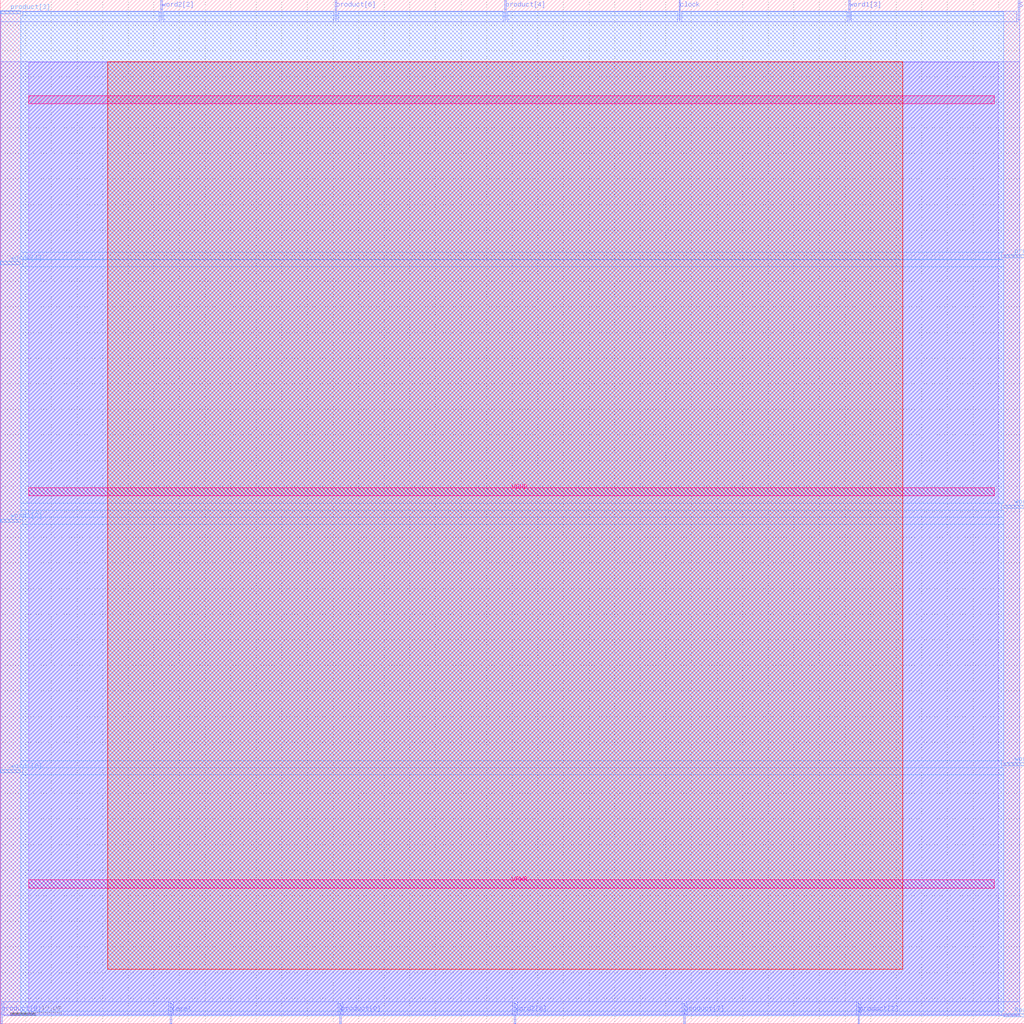
<source format=lef>
VERSION 5.7 ;
  NOWIREEXTENSIONATPIN ON ;
  DIVIDERCHAR "/" ;
  BUSBITCHARS "[]" ;
MACRO Multiplier_RR
  CLASS BLOCK ;
  FOREIGN Multiplier_RR ;
  ORIGIN 0.000 0.000 ;
  SIZE 200.000 BY 200.000 ;
  PIN Ready
    DIRECTION OUTPUT TRISTATE ;
    USE SIGNAL ;
    PORT
      LAYER met3 ;
        RECT 196.000 1.400 200.000 2.000 ;
    END
  END Ready
  PIN Start
    DIRECTION INPUT ;
    USE SIGNAL ;
    PORT
      LAYER met2 ;
        RECT 198.810 196.000 199.090 200.000 ;
    END
  END Start
  PIN VGND
    DIRECTION INPUT ;
    USE GROUND ;
    PORT
      LAYER met5 ;
        RECT 5.520 103.080 194.120 104.680 ;
    END
  END VGND
  PIN VPWR
    DIRECTION INPUT ;
    USE POWER ;
    PORT
      LAYER met5 ;
        RECT 5.520 26.490 194.120 28.090 ;
    END
  END VPWR
  PIN clock
    DIRECTION INPUT ;
    USE SIGNAL ;
    PORT
      LAYER met2 ;
        RECT 132.570 196.000 132.850 200.000 ;
    END
  END clock
  PIN product[0]
    DIRECTION OUTPUT TRISTATE ;
    USE SIGNAL ;
    PORT
      LAYER met2 ;
        RECT 66.330 0.000 66.610 4.000 ;
    END
  END product[0]
  PIN product[1]
    DIRECTION OUTPUT TRISTATE ;
    USE SIGNAL ;
    PORT
      LAYER met3 ;
        RECT 196.000 149.640 200.000 150.240 ;
    END
  END product[1]
  PIN product[2]
    DIRECTION OUTPUT TRISTATE ;
    USE SIGNAL ;
    PORT
      LAYER met2 ;
        RECT 167.530 0.000 167.810 4.000 ;
    END
  END product[2]
  PIN product[3]
    DIRECTION OUTPUT TRISTATE ;
    USE SIGNAL ;
    PORT
      LAYER met3 ;
        RECT 0.000 197.240 4.000 197.840 ;
    END
  END product[3]
  PIN product[4]
    DIRECTION OUTPUT TRISTATE ;
    USE SIGNAL ;
    PORT
      LAYER met2 ;
        RECT 98.530 196.000 98.810 200.000 ;
    END
  END product[4]
  PIN product[5]
    DIRECTION OUTPUT TRISTATE ;
    USE SIGNAL ;
    PORT
      LAYER met2 ;
        RECT 0.090 0.000 0.370 4.000 ;
    END
  END product[5]
  PIN product[6]
    DIRECTION OUTPUT TRISTATE ;
    USE SIGNAL ;
    PORT
      LAYER met2 ;
        RECT 65.410 196.000 65.690 200.000 ;
    END
  END product[6]
  PIN product[7]
    DIRECTION OUTPUT TRISTATE ;
    USE SIGNAL ;
    PORT
      LAYER met2 ;
        RECT 133.490 0.000 133.770 4.000 ;
    END
  END product[7]
  PIN reset
    DIRECTION INPUT ;
    USE SIGNAL ;
    PORT
      LAYER met2 ;
        RECT 33.210 0.000 33.490 4.000 ;
    END
  END reset
  PIN word1[0]
    DIRECTION INPUT ;
    USE SIGNAL ;
    PORT
      LAYER met3 ;
        RECT 0.000 49.000 4.000 49.600 ;
    END
  END word1[0]
  PIN word1[1]
    DIRECTION INPUT ;
    USE SIGNAL ;
    PORT
      LAYER met3 ;
        RECT 196.000 100.680 200.000 101.280 ;
    END
  END word1[1]
  PIN word1[2]
    DIRECTION INPUT ;
    USE SIGNAL ;
    PORT
      LAYER met3 ;
        RECT 0.000 97.960 4.000 98.560 ;
    END
  END word1[2]
  PIN word1[3]
    DIRECTION INPUT ;
    USE SIGNAL ;
    PORT
      LAYER met2 ;
        RECT 165.690 196.000 165.970 200.000 ;
    END
  END word1[3]
  PIN word2[0]
    DIRECTION INPUT ;
    USE SIGNAL ;
    PORT
      LAYER met2 ;
        RECT 100.370 0.000 100.650 4.000 ;
    END
  END word2[0]
  PIN word2[1]
    DIRECTION INPUT ;
    USE SIGNAL ;
    PORT
      LAYER met3 ;
        RECT 0.000 148.280 4.000 148.880 ;
    END
  END word2[1]
  PIN word2[2]
    DIRECTION INPUT ;
    USE SIGNAL ;
    PORT
      LAYER met2 ;
        RECT 31.370 196.000 31.650 200.000 ;
    END
  END word2[2]
  PIN word2[3]
    DIRECTION INPUT ;
    USE SIGNAL ;
    PORT
      LAYER met3 ;
        RECT 196.000 50.360 200.000 50.960 ;
    END
  END word2[3]
  OBS
      LAYER li1 ;
        RECT 5.520 1.785 194.895 187.765 ;
      LAYER met1 ;
        RECT 0.070 1.740 199.110 187.920 ;
      LAYER met2 ;
        RECT 0.100 195.720 31.090 197.725 ;
        RECT 31.930 195.720 65.130 197.725 ;
        RECT 65.970 195.720 98.250 197.725 ;
        RECT 99.090 195.720 132.290 197.725 ;
        RECT 133.130 195.720 165.410 197.725 ;
        RECT 166.250 195.720 198.530 197.725 ;
        RECT 0.100 4.280 199.080 195.720 ;
        RECT 0.650 1.515 32.930 4.280 ;
        RECT 33.770 1.515 66.050 4.280 ;
        RECT 66.890 1.515 100.090 4.280 ;
        RECT 100.930 1.515 133.210 4.280 ;
        RECT 134.050 1.515 167.250 4.280 ;
        RECT 168.090 1.515 199.080 4.280 ;
      LAYER met3 ;
        RECT 4.400 196.840 196.000 197.705 ;
        RECT 4.000 150.640 196.000 196.840 ;
        RECT 4.000 149.280 195.600 150.640 ;
        RECT 4.400 149.240 195.600 149.280 ;
        RECT 4.400 147.880 196.000 149.240 ;
        RECT 4.000 101.680 196.000 147.880 ;
        RECT 4.000 100.280 195.600 101.680 ;
        RECT 4.000 98.960 196.000 100.280 ;
        RECT 4.400 97.560 196.000 98.960 ;
        RECT 4.000 51.360 196.000 97.560 ;
        RECT 4.000 50.000 195.600 51.360 ;
        RECT 4.400 49.960 195.600 50.000 ;
        RECT 4.400 48.600 196.000 49.960 ;
        RECT 4.000 2.400 196.000 48.600 ;
        RECT 4.000 1.535 195.600 2.400 ;
      LAYER met4 ;
        RECT 21.040 10.640 176.240 187.920 ;
      LAYER met5 ;
        RECT 5.520 179.670 194.120 181.270 ;
  END
END Multiplier_RR
END LIBRARY


</source>
